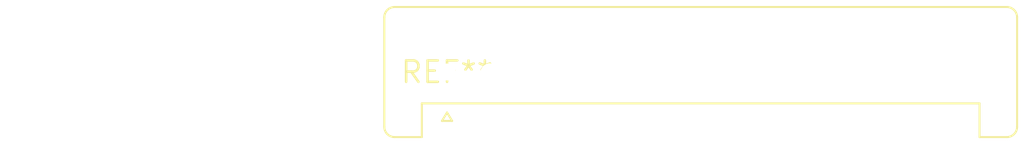
<source format=kicad_pcb>
(kicad_pcb (version 20240108) (generator pcbnew)
  (layers (0 "F.Cu" signal) (31 "B.Cu" signal) (34 "B.Paste" user) (35 "F.Paste" user) (36 "B.SilkS" user "B.Silkscreen") (37 "F.SilkS" user "F.Silkscreen") (38 "B.Mask" user) (39 "F.Mask" user) (44 "Edge.Cuts" user))
  (net 0 "")
  (footprint "Stocko_MKS_1663-6-0-1313_1x13_P2.50mm_Vertical" (layer "F.Cu") (at 0 0)
    (property "Reference" "REF**")
    (property "Value" "Stocko_MKS_1663-6-0-1313_1x13_P2.50mm_Vertical")
    (fp_line (start -3.71 -3.25) (end -3.71 3.25) (layer "F.SilkS") (stroke (width 0.12)))
    (fp_line (start -3.1 -3.86) (end 33.1 -3.86) (layer "F.SilkS") (stroke (width 0.12)))
    (fp_line (start -3.1 3.86) (end -1.49 3.86) (layer "F.SilkS") (stroke (width 0.12)))
    (fp_line (start -1.49 1.86) (end 31.49 1.86) (layer "F.SilkS") (stroke (width 0.12)))
    (fp_line (start -1.49 3.86) (end -1.49 1.86) (layer "F.SilkS") (stroke (width 0.12)))
    (fp_line (start -0.3 2.9) (end 0.3 2.9) (layer "F.SilkS") (stroke (width 0.12)))
    (fp_line (start 0 2.4) (end -0.3 2.9) (layer "F.SilkS") (stroke (width 0.12)))
    (fp_line (start 0.3 2.9) (end 0 2.4) (layer "F.SilkS") (stroke (width 0.12)))
    (fp_line (start 31.49 3.86) (end 31.49 1.86) (layer "F.SilkS") (stroke (width 0.12)))
    (fp_line (start 33.1 3.86) (end 31.49 3.86) (layer "F.SilkS") (stroke (width 0.12)))
    (fp_line (start 33.71 -3.25) (end 33.71 3.25) (layer "F.SilkS") (stroke (width 0.12)))
    (fp_arc (start -3.71 -3.25) (mid -3.531335 -3.681335) (end -3.1 -3.86) (layer "F.SilkS") (stroke (width 0.12)))
    (fp_arc (start -3.1 3.86) (mid -3.531335 3.681335) (end -3.71 3.25) (layer "F.SilkS") (stroke (width 0.12)))
    (fp_arc (start 33.1 -3.86) (mid 33.531335 -3.681335) (end 33.71 -3.25) (layer "F.SilkS") (stroke (width 0.12)))
    (fp_arc (start 33.71 3.25) (mid 33.531335 3.681335) (end 33.1 3.86) (layer "F.SilkS") (stroke (width 0.12)))
    (pad "1" thru_hole roundrect (at 0 0) (size 1.5 2) (drill 1) (layers *.Cu *.Mask) (remove_unused_layers))
    (pad "2" thru_hole oval (at 2.5 0) (size 1.5 2) (drill 1) (layers *.Cu *.Mask) (remove_unused_layers))
    (pad "3" thru_hole oval (at 5 0) (size 1.5 2) (drill 1) (layers *.Cu *.Mask) (remove_unused_layers))
    (pad "4" thru_hole oval (at 7.5 0) (size 1.5 2) (drill 1) (layers *.Cu *.Mask) (remove_unused_layers))
    (pad "5" thru_hole oval (at 10 0) (size 1.5 2) (drill 1) (layers *.Cu *.Mask) (remove_unused_layers))
    (pad "6" thru_hole oval (at 12.5 0) (size 1.5 2) (drill 1) (layers *.Cu *.Mask) (remove_unused_layers))
    (pad "7" thru_hole oval (at 15 0) (size 1.5 2) (drill 1) (layers *.Cu *.Mask) (remove_unused_layers))
    (pad "8" thru_hole oval (at 17.5 0) (size 1.5 2) (drill 1) (layers *.Cu *.Mask) (remove_unused_layers))
    (pad "9" thru_hole oval (at 20 0) (size 1.5 2) (drill 1) (layers *.Cu *.Mask) (remove_unused_layers))
    (pad "10" thru_hole oval (at 22.5 0) (size 1.5 2) (drill 1) (layers *.Cu *.Mask) (remove_unused_layers))
    (pad "11" thru_hole oval (at 25 0) (size 1.5 2) (drill 1) (layers *.Cu *.Mask) (remove_unused_layers))
    (pad "12" thru_hole oval (at 27.5 0) (size 1.5 2) (drill 1) (layers *.Cu *.Mask) (remove_unused_layers))
    (pad "13" thru_hole oval (at 30 0) (size 1.5 2) (drill 1) (layers *.Cu *.Mask) (remove_unused_layers))
  )
)
</source>
